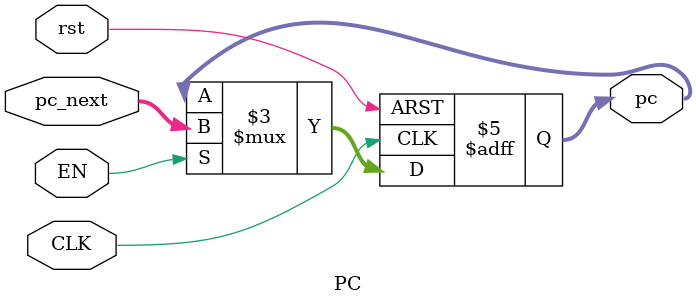
<source format=v>
module PC #(parameter width = 32 )(
    input wire [width-1 : 0] pc_next ,
	 input wire CLK ,
	 input wire EN ,
	 input wire rst ,
	 output reg [width-1 : 0] pc 
    );
  
  always @(posedge CLK or negedge rst)
   if(!rst)
     begin
       pc <= 32'b0 ;
     end
   else
     begin  
       if(EN)
	      begin
		     pc <= pc_next ;
		  end
	 end	

endmodule

</source>
